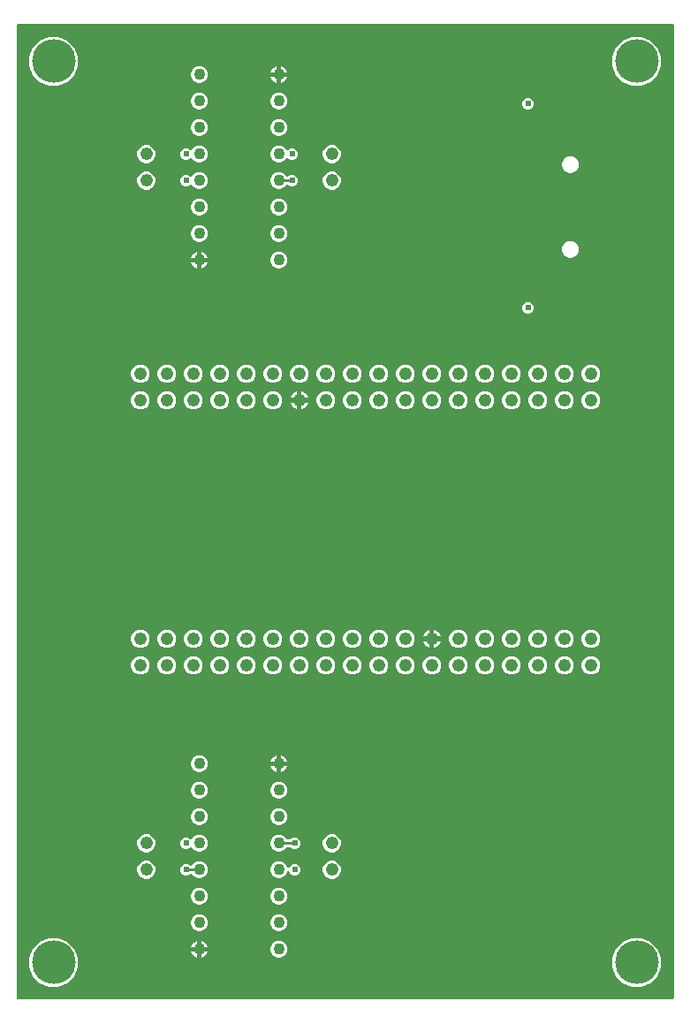
<source format=gbr>
G04 EAGLE Gerber RS-274X export*
G75*
%MOMM*%
%FSLAX34Y34*%
%LPD*%
%INCopper Layer 15*%
%IPPOS*%
%AMOC8*
5,1,8,0,0,1.08239X$1,22.5*%
G01*
%ADD10C,1.244600*%
%ADD11C,1.102363*%
%ADD12C,4.191000*%
%ADD13C,0.609600*%
%ADD14C,0.254000*%

G36*
X631308Y2556D02*
X631308Y2556D01*
X631427Y2563D01*
X631465Y2576D01*
X631506Y2581D01*
X631616Y2624D01*
X631729Y2661D01*
X631764Y2683D01*
X631801Y2698D01*
X631897Y2767D01*
X631998Y2831D01*
X632026Y2861D01*
X632059Y2884D01*
X632135Y2976D01*
X632216Y3063D01*
X632236Y3098D01*
X632261Y3129D01*
X632312Y3237D01*
X632370Y3341D01*
X632380Y3381D01*
X632397Y3417D01*
X632419Y3534D01*
X632449Y3649D01*
X632453Y3709D01*
X632457Y3729D01*
X632455Y3750D01*
X632459Y3810D01*
X632459Y935990D01*
X632444Y936108D01*
X632437Y936227D01*
X632424Y936265D01*
X632419Y936306D01*
X632376Y936416D01*
X632339Y936529D01*
X632317Y936564D01*
X632302Y936601D01*
X632233Y936697D01*
X632169Y936798D01*
X632139Y936826D01*
X632116Y936859D01*
X632024Y936935D01*
X631937Y937016D01*
X631902Y937036D01*
X631871Y937061D01*
X631763Y937112D01*
X631659Y937170D01*
X631619Y937180D01*
X631583Y937197D01*
X631466Y937219D01*
X631351Y937249D01*
X631291Y937253D01*
X631271Y937257D01*
X631250Y937255D01*
X631190Y937259D01*
X3810Y937259D01*
X3692Y937244D01*
X3573Y937237D01*
X3535Y937224D01*
X3494Y937219D01*
X3384Y937176D01*
X3271Y937139D01*
X3236Y937117D01*
X3199Y937102D01*
X3103Y937033D01*
X3002Y936969D01*
X2974Y936939D01*
X2941Y936916D01*
X2865Y936824D01*
X2784Y936737D01*
X2764Y936702D01*
X2739Y936671D01*
X2688Y936563D01*
X2630Y936459D01*
X2620Y936419D01*
X2603Y936383D01*
X2581Y936266D01*
X2551Y936151D01*
X2547Y936091D01*
X2543Y936071D01*
X2545Y936050D01*
X2541Y935990D01*
X2541Y3810D01*
X2556Y3692D01*
X2563Y3573D01*
X2576Y3535D01*
X2581Y3494D01*
X2624Y3384D01*
X2661Y3271D01*
X2683Y3236D01*
X2698Y3199D01*
X2767Y3103D01*
X2831Y3002D01*
X2861Y2974D01*
X2884Y2941D01*
X2976Y2865D01*
X3063Y2784D01*
X3098Y2764D01*
X3129Y2739D01*
X3237Y2688D01*
X3341Y2630D01*
X3381Y2620D01*
X3417Y2603D01*
X3534Y2581D01*
X3649Y2551D01*
X3709Y2547D01*
X3729Y2543D01*
X3750Y2545D01*
X3810Y2541D01*
X631190Y2541D01*
X631308Y2556D01*
G37*
%LPC*%
G36*
X592226Y878204D02*
X592226Y878204D01*
X583591Y881781D01*
X576981Y888391D01*
X573404Y897026D01*
X573404Y906374D01*
X576981Y915009D01*
X583591Y921619D01*
X592226Y925196D01*
X601574Y925196D01*
X610209Y921619D01*
X616819Y915009D01*
X620396Y906374D01*
X620396Y897026D01*
X616819Y888391D01*
X610209Y881781D01*
X601574Y878204D01*
X592226Y878204D01*
G37*
%LPD*%
%LPC*%
G36*
X33426Y878204D02*
X33426Y878204D01*
X24791Y881781D01*
X18181Y888391D01*
X14604Y897026D01*
X14604Y906374D01*
X18181Y915009D01*
X24791Y921619D01*
X33426Y925196D01*
X42774Y925196D01*
X51409Y921619D01*
X58019Y915009D01*
X61596Y906374D01*
X61596Y897026D01*
X58019Y888391D01*
X51409Y881781D01*
X42774Y878204D01*
X33426Y878204D01*
G37*
%LPD*%
%LPC*%
G36*
X33426Y14604D02*
X33426Y14604D01*
X24791Y18181D01*
X18181Y24791D01*
X14604Y33426D01*
X14604Y42774D01*
X18181Y51409D01*
X24791Y58019D01*
X33426Y61596D01*
X42774Y61596D01*
X51409Y58019D01*
X58019Y51409D01*
X61596Y42774D01*
X61596Y33426D01*
X58019Y24791D01*
X51409Y18181D01*
X42774Y14604D01*
X33426Y14604D01*
G37*
%LPD*%
%LPC*%
G36*
X592226Y14604D02*
X592226Y14604D01*
X583591Y18181D01*
X576981Y24791D01*
X573404Y33426D01*
X573404Y42774D01*
X576981Y51409D01*
X583591Y58019D01*
X592226Y61596D01*
X601574Y61596D01*
X610209Y58019D01*
X616819Y51409D01*
X620396Y42774D01*
X620396Y33426D01*
X616819Y24791D01*
X610209Y18181D01*
X601574Y14604D01*
X592226Y14604D01*
G37*
%LPD*%
%LPC*%
G36*
X252398Y144347D02*
X252398Y144347D01*
X249439Y145573D01*
X247173Y147839D01*
X245947Y150798D01*
X245947Y154002D01*
X247173Y156961D01*
X249439Y159227D01*
X252398Y160453D01*
X255602Y160453D01*
X258561Y159227D01*
X260832Y156956D01*
X260837Y156941D01*
X260906Y156831D01*
X260971Y156718D01*
X260991Y156697D01*
X261007Y156672D01*
X261102Y156583D01*
X261192Y156490D01*
X261217Y156474D01*
X261239Y156454D01*
X261352Y156391D01*
X261463Y156323D01*
X261491Y156315D01*
X261517Y156300D01*
X261643Y156268D01*
X261767Y156230D01*
X261796Y156228D01*
X261825Y156221D01*
X261986Y156211D01*
X264621Y156211D01*
X264720Y156223D01*
X264819Y156226D01*
X264877Y156243D01*
X264937Y156251D01*
X265029Y156287D01*
X265124Y156315D01*
X265176Y156345D01*
X265233Y156368D01*
X265313Y156426D01*
X265398Y156476D01*
X265473Y156542D01*
X265490Y156554D01*
X265498Y156564D01*
X265519Y156582D01*
X266074Y157138D01*
X268128Y157989D01*
X270352Y157989D01*
X272406Y157138D01*
X273978Y155566D01*
X274829Y153512D01*
X274829Y151288D01*
X273978Y149234D01*
X272406Y147662D01*
X270352Y146811D01*
X268128Y146811D01*
X266074Y147662D01*
X265519Y148218D01*
X265441Y148278D01*
X265368Y148346D01*
X265315Y148375D01*
X265268Y148412D01*
X265177Y148452D01*
X265090Y148500D01*
X265031Y148515D01*
X264976Y148539D01*
X264878Y148554D01*
X264782Y148579D01*
X264682Y148585D01*
X264662Y148589D01*
X264649Y148587D01*
X264621Y148589D01*
X261986Y148589D01*
X261956Y148586D01*
X261927Y148588D01*
X261799Y148566D01*
X261670Y148549D01*
X261643Y148539D01*
X261614Y148533D01*
X261495Y148480D01*
X261374Y148432D01*
X261351Y148415D01*
X261324Y148403D01*
X261222Y148322D01*
X261117Y148246D01*
X261098Y148223D01*
X261075Y148204D01*
X260997Y148100D01*
X260914Y148001D01*
X260902Y147974D01*
X260884Y147950D01*
X260832Y147844D01*
X258561Y145573D01*
X255602Y144347D01*
X252398Y144347D01*
G37*
%LPD*%
%LPC*%
G36*
X252398Y118947D02*
X252398Y118947D01*
X249439Y120173D01*
X247173Y122439D01*
X245947Y125398D01*
X245947Y128602D01*
X247173Y131561D01*
X249439Y133827D01*
X252398Y135053D01*
X255602Y135053D01*
X258561Y133827D01*
X260827Y131561D01*
X261781Y129258D01*
X261850Y129137D01*
X261915Y129014D01*
X261928Y128999D01*
X261938Y128982D01*
X262035Y128881D01*
X262129Y128779D01*
X262145Y128768D01*
X262160Y128753D01*
X262279Y128680D01*
X262394Y128604D01*
X262413Y128598D01*
X262431Y128587D01*
X262564Y128546D01*
X262695Y128501D01*
X262715Y128499D01*
X262735Y128493D01*
X262874Y128487D01*
X263012Y128476D01*
X263032Y128479D01*
X263052Y128478D01*
X263188Y128506D01*
X263326Y128530D01*
X263344Y128538D01*
X263364Y128542D01*
X263489Y128604D01*
X263615Y128661D01*
X263631Y128673D01*
X263649Y128682D01*
X263755Y128773D01*
X263864Y128859D01*
X263876Y128875D01*
X263891Y128889D01*
X263972Y129002D01*
X264055Y129113D01*
X264068Y129139D01*
X264075Y129149D01*
X264082Y129168D01*
X264126Y129258D01*
X264502Y130166D01*
X266074Y131738D01*
X268128Y132589D01*
X270352Y132589D01*
X272406Y131738D01*
X273978Y130166D01*
X274829Y128112D01*
X274829Y125888D01*
X273978Y123834D01*
X272406Y122262D01*
X270352Y121411D01*
X268128Y121411D01*
X266074Y122262D01*
X264502Y123834D01*
X264126Y124742D01*
X264057Y124863D01*
X263992Y124986D01*
X263979Y125001D01*
X263969Y125018D01*
X263872Y125118D01*
X263778Y125221D01*
X263761Y125232D01*
X263747Y125247D01*
X263629Y125319D01*
X263513Y125396D01*
X263493Y125402D01*
X263476Y125413D01*
X263343Y125454D01*
X263212Y125499D01*
X263192Y125501D01*
X263172Y125507D01*
X263033Y125513D01*
X262895Y125524D01*
X262875Y125521D01*
X262855Y125522D01*
X262718Y125494D01*
X262581Y125470D01*
X262563Y125462D01*
X262543Y125458D01*
X262418Y125396D01*
X262291Y125339D01*
X262276Y125327D01*
X262257Y125318D01*
X262152Y125228D01*
X262043Y125141D01*
X262031Y125125D01*
X262015Y125111D01*
X261935Y124998D01*
X261852Y124887D01*
X261839Y124861D01*
X261832Y124851D01*
X261825Y124832D01*
X261781Y124742D01*
X260827Y122439D01*
X258561Y120173D01*
X255602Y118947D01*
X252398Y118947D01*
G37*
%LPD*%
%LPC*%
G36*
X176198Y118947D02*
X176198Y118947D01*
X173239Y120173D01*
X170968Y122444D01*
X170963Y122459D01*
X170894Y122569D01*
X170829Y122682D01*
X170809Y122703D01*
X170793Y122728D01*
X170698Y122817D01*
X170608Y122910D01*
X170583Y122926D01*
X170561Y122946D01*
X170448Y123009D01*
X170337Y123077D01*
X170309Y123085D01*
X170283Y123100D01*
X170157Y123132D01*
X170033Y123170D01*
X170004Y123172D01*
X169975Y123179D01*
X169814Y123189D01*
X169719Y123189D01*
X169620Y123177D01*
X169521Y123174D01*
X169463Y123157D01*
X169403Y123149D01*
X169311Y123113D01*
X169216Y123085D01*
X169164Y123055D01*
X169107Y123032D01*
X169027Y122974D01*
X168942Y122924D01*
X168867Y122858D01*
X168850Y122846D01*
X168842Y122836D01*
X168821Y122818D01*
X168266Y122262D01*
X166212Y121411D01*
X163988Y121411D01*
X161934Y122262D01*
X160362Y123834D01*
X159511Y125888D01*
X159511Y128112D01*
X160362Y130166D01*
X161934Y131738D01*
X163988Y132589D01*
X166212Y132589D01*
X168266Y131738D01*
X168821Y131182D01*
X168899Y131122D01*
X168972Y131054D01*
X169025Y131025D01*
X169072Y130988D01*
X169163Y130948D01*
X169250Y130900D01*
X169309Y130885D01*
X169364Y130861D01*
X169462Y130846D01*
X169558Y130821D01*
X169658Y130815D01*
X169678Y130811D01*
X169691Y130813D01*
X169719Y130811D01*
X169814Y130811D01*
X169844Y130814D01*
X169873Y130812D01*
X170001Y130834D01*
X170130Y130851D01*
X170157Y130861D01*
X170186Y130867D01*
X170305Y130920D01*
X170426Y130968D01*
X170449Y130985D01*
X170476Y130997D01*
X170578Y131078D01*
X170683Y131154D01*
X170702Y131177D01*
X170725Y131196D01*
X170803Y131300D01*
X170886Y131399D01*
X170898Y131426D01*
X170916Y131450D01*
X170968Y131556D01*
X173239Y133827D01*
X176198Y135053D01*
X179402Y135053D01*
X182361Y133827D01*
X184627Y131561D01*
X185853Y128602D01*
X185853Y125398D01*
X184627Y122439D01*
X182361Y120173D01*
X179402Y118947D01*
X176198Y118947D01*
G37*
%LPD*%
%LPC*%
G36*
X252398Y779347D02*
X252398Y779347D01*
X249439Y780573D01*
X247173Y782839D01*
X245947Y785798D01*
X245947Y789002D01*
X247173Y791961D01*
X249439Y794227D01*
X252398Y795453D01*
X255602Y795453D01*
X258561Y794227D01*
X260832Y791956D01*
X260837Y791941D01*
X260906Y791831D01*
X260971Y791718D01*
X260991Y791697D01*
X261007Y791672D01*
X261102Y791583D01*
X261192Y791490D01*
X261217Y791474D01*
X261239Y791454D01*
X261352Y791391D01*
X261463Y791323D01*
X261491Y791315D01*
X261517Y791300D01*
X261643Y791268D01*
X261767Y791230D01*
X261796Y791228D01*
X261825Y791221D01*
X261986Y791211D01*
X262081Y791211D01*
X262180Y791223D01*
X262279Y791226D01*
X262337Y791243D01*
X262397Y791251D01*
X262489Y791287D01*
X262584Y791315D01*
X262636Y791345D01*
X262693Y791368D01*
X262773Y791426D01*
X262858Y791476D01*
X262933Y791542D01*
X262950Y791554D01*
X262958Y791564D01*
X262979Y791582D01*
X263534Y792138D01*
X265588Y792989D01*
X267812Y792989D01*
X269866Y792138D01*
X271438Y790566D01*
X272289Y788512D01*
X272289Y786288D01*
X271438Y784234D01*
X269866Y782662D01*
X267812Y781811D01*
X265588Y781811D01*
X263534Y782662D01*
X262979Y783218D01*
X262901Y783278D01*
X262828Y783346D01*
X262775Y783375D01*
X262728Y783412D01*
X262637Y783452D01*
X262550Y783500D01*
X262491Y783515D01*
X262436Y783539D01*
X262338Y783554D01*
X262242Y783579D01*
X262142Y783585D01*
X262122Y783589D01*
X262109Y783587D01*
X262081Y783589D01*
X261986Y783589D01*
X261956Y783586D01*
X261927Y783588D01*
X261799Y783566D01*
X261670Y783549D01*
X261643Y783539D01*
X261614Y783533D01*
X261495Y783480D01*
X261374Y783432D01*
X261351Y783415D01*
X261324Y783403D01*
X261222Y783322D01*
X261117Y783246D01*
X261098Y783223D01*
X261075Y783204D01*
X260997Y783100D01*
X260914Y783001D01*
X260902Y782974D01*
X260884Y782950D01*
X260832Y782844D01*
X258561Y780573D01*
X255602Y779347D01*
X252398Y779347D01*
G37*
%LPD*%
%LPC*%
G36*
X252398Y804747D02*
X252398Y804747D01*
X249439Y805973D01*
X247173Y808239D01*
X245947Y811198D01*
X245947Y814402D01*
X247173Y817361D01*
X249439Y819627D01*
X252398Y820853D01*
X255602Y820853D01*
X258561Y819627D01*
X260827Y817361D01*
X260841Y817327D01*
X260866Y817284D01*
X260882Y817237D01*
X260944Y817146D01*
X260999Y817050D01*
X261033Y817015D01*
X261061Y816974D01*
X261143Y816901D01*
X261220Y816822D01*
X261262Y816796D01*
X261299Y816763D01*
X261397Y816713D01*
X261491Y816656D01*
X261538Y816641D01*
X261583Y816618D01*
X261690Y816594D01*
X261795Y816562D01*
X261845Y816560D01*
X261893Y816549D01*
X262003Y816552D01*
X262113Y816547D01*
X262161Y816557D01*
X262211Y816558D01*
X262317Y816589D01*
X262424Y816611D01*
X262469Y816633D01*
X262516Y816647D01*
X262611Y816703D01*
X262710Y816751D01*
X262747Y816783D01*
X262790Y816808D01*
X262911Y816915D01*
X263534Y817538D01*
X265588Y818389D01*
X267812Y818389D01*
X269866Y817538D01*
X271438Y815966D01*
X272289Y813912D01*
X272289Y811688D01*
X271438Y809634D01*
X269866Y808062D01*
X267812Y807211D01*
X265588Y807211D01*
X263534Y808062D01*
X262911Y808685D01*
X262872Y808716D01*
X262838Y808752D01*
X262747Y808813D01*
X262660Y808880D01*
X262614Y808900D01*
X262573Y808927D01*
X262469Y808963D01*
X262368Y809006D01*
X262319Y809014D01*
X262272Y809030D01*
X262163Y809039D01*
X262054Y809056D01*
X262004Y809052D01*
X261955Y809056D01*
X261847Y809037D01*
X261737Y809027D01*
X261690Y809010D01*
X261642Y809001D01*
X261541Y808956D01*
X261438Y808919D01*
X261397Y808891D01*
X261352Y808871D01*
X261266Y808802D01*
X261175Y808740D01*
X261142Y808703D01*
X261103Y808672D01*
X261037Y808584D01*
X260964Y808502D01*
X260942Y808458D01*
X260912Y808418D01*
X260841Y808273D01*
X260827Y808239D01*
X258561Y805973D01*
X255602Y804747D01*
X252398Y804747D01*
G37*
%LPD*%
%LPC*%
G36*
X176198Y804747D02*
X176198Y804747D01*
X173239Y805973D01*
X170973Y808239D01*
X170959Y808273D01*
X170934Y808316D01*
X170918Y808363D01*
X170856Y808454D01*
X170801Y808550D01*
X170767Y808585D01*
X170739Y808626D01*
X170657Y808699D01*
X170580Y808778D01*
X170538Y808804D01*
X170501Y808837D01*
X170403Y808887D01*
X170309Y808944D01*
X170262Y808959D01*
X170217Y808982D01*
X170110Y809006D01*
X170005Y809038D01*
X169955Y809040D01*
X169907Y809051D01*
X169797Y809048D01*
X169687Y809053D01*
X169639Y809043D01*
X169589Y809042D01*
X169483Y809011D01*
X169376Y808989D01*
X169331Y808967D01*
X169284Y808953D01*
X169189Y808897D01*
X169090Y808849D01*
X169053Y808817D01*
X169010Y808792D01*
X168889Y808685D01*
X168266Y808062D01*
X166212Y807211D01*
X163988Y807211D01*
X161934Y808062D01*
X160362Y809634D01*
X159511Y811688D01*
X159511Y813912D01*
X160362Y815966D01*
X161934Y817538D01*
X163988Y818389D01*
X166212Y818389D01*
X168266Y817538D01*
X168889Y816915D01*
X168928Y816884D01*
X168962Y816848D01*
X169053Y816787D01*
X169140Y816720D01*
X169186Y816700D01*
X169227Y816673D01*
X169331Y816637D01*
X169432Y816594D01*
X169481Y816586D01*
X169528Y816570D01*
X169637Y816561D01*
X169746Y816544D01*
X169796Y816548D01*
X169845Y816544D01*
X169953Y816563D01*
X170063Y816573D01*
X170110Y816590D01*
X170158Y816599D01*
X170259Y816644D01*
X170362Y816681D01*
X170403Y816709D01*
X170448Y816729D01*
X170534Y816798D01*
X170625Y816860D01*
X170658Y816897D01*
X170697Y816928D01*
X170763Y817016D01*
X170836Y817098D01*
X170858Y817142D01*
X170888Y817182D01*
X170959Y817327D01*
X170973Y817361D01*
X173239Y819627D01*
X176198Y820853D01*
X179402Y820853D01*
X182361Y819627D01*
X184627Y817361D01*
X185853Y814402D01*
X185853Y811198D01*
X184627Y808239D01*
X182361Y805973D01*
X179402Y804747D01*
X176198Y804747D01*
G37*
%LPD*%
%LPC*%
G36*
X176198Y779347D02*
X176198Y779347D01*
X173239Y780573D01*
X170973Y782839D01*
X170959Y782873D01*
X170934Y782916D01*
X170918Y782963D01*
X170856Y783054D01*
X170801Y783150D01*
X170767Y783185D01*
X170739Y783226D01*
X170657Y783299D01*
X170580Y783378D01*
X170538Y783404D01*
X170501Y783437D01*
X170403Y783487D01*
X170309Y783544D01*
X170262Y783559D01*
X170217Y783582D01*
X170110Y783606D01*
X170005Y783638D01*
X169955Y783640D01*
X169907Y783651D01*
X169797Y783648D01*
X169687Y783653D01*
X169639Y783643D01*
X169589Y783642D01*
X169483Y783611D01*
X169376Y783589D01*
X169331Y783567D01*
X169284Y783553D01*
X169189Y783497D01*
X169090Y783449D01*
X169053Y783417D01*
X169010Y783392D01*
X168889Y783285D01*
X168266Y782662D01*
X166212Y781811D01*
X163988Y781811D01*
X161934Y782662D01*
X160362Y784234D01*
X159511Y786288D01*
X159511Y788512D01*
X160362Y790566D01*
X161934Y792138D01*
X163988Y792989D01*
X166212Y792989D01*
X168266Y792138D01*
X168889Y791515D01*
X168928Y791484D01*
X168962Y791448D01*
X169053Y791387D01*
X169140Y791320D01*
X169186Y791300D01*
X169227Y791273D01*
X169331Y791237D01*
X169432Y791194D01*
X169481Y791186D01*
X169528Y791170D01*
X169637Y791161D01*
X169746Y791144D01*
X169796Y791148D01*
X169845Y791144D01*
X169953Y791163D01*
X170063Y791173D01*
X170110Y791190D01*
X170158Y791199D01*
X170259Y791244D01*
X170362Y791281D01*
X170403Y791309D01*
X170448Y791329D01*
X170534Y791398D01*
X170625Y791460D01*
X170658Y791497D01*
X170697Y791528D01*
X170763Y791616D01*
X170836Y791698D01*
X170858Y791742D01*
X170888Y791782D01*
X170959Y791927D01*
X170973Y791961D01*
X173239Y794227D01*
X176198Y795453D01*
X179402Y795453D01*
X182361Y794227D01*
X184627Y791961D01*
X185853Y789002D01*
X185853Y785798D01*
X184627Y782839D01*
X182361Y780573D01*
X179402Y779347D01*
X176198Y779347D01*
G37*
%LPD*%
%LPC*%
G36*
X176198Y144347D02*
X176198Y144347D01*
X173239Y145573D01*
X170973Y147839D01*
X170959Y147873D01*
X170934Y147916D01*
X170918Y147963D01*
X170856Y148054D01*
X170801Y148150D01*
X170767Y148185D01*
X170739Y148226D01*
X170657Y148299D01*
X170580Y148378D01*
X170538Y148404D01*
X170501Y148437D01*
X170403Y148487D01*
X170309Y148544D01*
X170262Y148559D01*
X170217Y148582D01*
X170110Y148606D01*
X170005Y148638D01*
X169955Y148640D01*
X169907Y148651D01*
X169797Y148648D01*
X169687Y148653D01*
X169639Y148643D01*
X169589Y148642D01*
X169483Y148611D01*
X169376Y148589D01*
X169331Y148567D01*
X169284Y148553D01*
X169189Y148497D01*
X169090Y148449D01*
X169053Y148417D01*
X169010Y148392D01*
X168889Y148285D01*
X168266Y147662D01*
X166212Y146811D01*
X163988Y146811D01*
X161934Y147662D01*
X160362Y149234D01*
X159511Y151288D01*
X159511Y153512D01*
X160362Y155566D01*
X161934Y157138D01*
X163988Y157989D01*
X166212Y157989D01*
X168266Y157138D01*
X168889Y156515D01*
X168928Y156484D01*
X168962Y156448D01*
X169053Y156387D01*
X169140Y156320D01*
X169186Y156300D01*
X169227Y156273D01*
X169331Y156237D01*
X169432Y156194D01*
X169481Y156186D01*
X169528Y156170D01*
X169637Y156161D01*
X169746Y156144D01*
X169796Y156148D01*
X169845Y156144D01*
X169953Y156163D01*
X170063Y156173D01*
X170110Y156190D01*
X170158Y156199D01*
X170259Y156244D01*
X170362Y156281D01*
X170403Y156309D01*
X170448Y156329D01*
X170534Y156398D01*
X170625Y156460D01*
X170658Y156497D01*
X170697Y156528D01*
X170763Y156616D01*
X170836Y156698D01*
X170858Y156742D01*
X170888Y156782D01*
X170959Y156927D01*
X170973Y156961D01*
X173239Y159227D01*
X176198Y160453D01*
X179402Y160453D01*
X182361Y159227D01*
X184627Y156961D01*
X185853Y154002D01*
X185853Y150798D01*
X184627Y147839D01*
X182361Y145573D01*
X179402Y144347D01*
X176198Y144347D01*
G37*
%LPD*%
%LPC*%
G36*
X424297Y314076D02*
X424297Y314076D01*
X421076Y315410D01*
X418610Y317876D01*
X417276Y321097D01*
X417276Y324583D01*
X418610Y327804D01*
X421076Y330270D01*
X424297Y331604D01*
X427783Y331604D01*
X431004Y330270D01*
X433470Y327804D01*
X434804Y324583D01*
X434804Y321097D01*
X433470Y317876D01*
X431004Y315410D01*
X427783Y314076D01*
X424297Y314076D01*
G37*
%LPD*%
%LPC*%
G36*
X398897Y314076D02*
X398897Y314076D01*
X395676Y315410D01*
X393210Y317876D01*
X391876Y321097D01*
X391876Y324583D01*
X393210Y327804D01*
X395676Y330270D01*
X398897Y331604D01*
X402383Y331604D01*
X405604Y330270D01*
X408070Y327804D01*
X409404Y324583D01*
X409404Y321097D01*
X408070Y317876D01*
X405604Y315410D01*
X402383Y314076D01*
X398897Y314076D01*
G37*
%LPD*%
%LPC*%
G36*
X373497Y314076D02*
X373497Y314076D01*
X370276Y315410D01*
X367810Y317876D01*
X366476Y321097D01*
X366476Y324583D01*
X367810Y327804D01*
X370276Y330270D01*
X373497Y331604D01*
X376983Y331604D01*
X380204Y330270D01*
X382670Y327804D01*
X384004Y324583D01*
X384004Y321097D01*
X382670Y317876D01*
X380204Y315410D01*
X376983Y314076D01*
X373497Y314076D01*
G37*
%LPD*%
%LPC*%
G36*
X348097Y314076D02*
X348097Y314076D01*
X344876Y315410D01*
X342410Y317876D01*
X341076Y321097D01*
X341076Y324583D01*
X342410Y327804D01*
X344876Y330270D01*
X348097Y331604D01*
X351583Y331604D01*
X354804Y330270D01*
X357270Y327804D01*
X358604Y324583D01*
X358604Y321097D01*
X357270Y317876D01*
X354804Y315410D01*
X351583Y314076D01*
X348097Y314076D01*
G37*
%LPD*%
%LPC*%
G36*
X322697Y314076D02*
X322697Y314076D01*
X319476Y315410D01*
X317010Y317876D01*
X315676Y321097D01*
X315676Y324583D01*
X317010Y327804D01*
X319476Y330270D01*
X322697Y331604D01*
X326183Y331604D01*
X329404Y330270D01*
X331870Y327804D01*
X333204Y324583D01*
X333204Y321097D01*
X331870Y317876D01*
X329404Y315410D01*
X326183Y314076D01*
X322697Y314076D01*
G37*
%LPD*%
%LPC*%
G36*
X297297Y314076D02*
X297297Y314076D01*
X294076Y315410D01*
X291610Y317876D01*
X290276Y321097D01*
X290276Y324583D01*
X291610Y327804D01*
X294076Y330270D01*
X297297Y331604D01*
X300783Y331604D01*
X304004Y330270D01*
X306470Y327804D01*
X307804Y324583D01*
X307804Y321097D01*
X306470Y317876D01*
X304004Y315410D01*
X300783Y314076D01*
X297297Y314076D01*
G37*
%LPD*%
%LPC*%
G36*
X271897Y314076D02*
X271897Y314076D01*
X268676Y315410D01*
X266210Y317876D01*
X264876Y321097D01*
X264876Y324583D01*
X266210Y327804D01*
X268676Y330270D01*
X271897Y331604D01*
X275383Y331604D01*
X278604Y330270D01*
X281070Y327804D01*
X282404Y324583D01*
X282404Y321097D01*
X281070Y317876D01*
X278604Y315410D01*
X275383Y314076D01*
X271897Y314076D01*
G37*
%LPD*%
%LPC*%
G36*
X246497Y314076D02*
X246497Y314076D01*
X243276Y315410D01*
X240810Y317876D01*
X239476Y321097D01*
X239476Y324583D01*
X240810Y327804D01*
X243276Y330270D01*
X246497Y331604D01*
X249983Y331604D01*
X253204Y330270D01*
X255670Y327804D01*
X257004Y324583D01*
X257004Y321097D01*
X255670Y317876D01*
X253204Y315410D01*
X249983Y314076D01*
X246497Y314076D01*
G37*
%LPD*%
%LPC*%
G36*
X221097Y314076D02*
X221097Y314076D01*
X217876Y315410D01*
X215410Y317876D01*
X214076Y321097D01*
X214076Y324583D01*
X215410Y327804D01*
X217876Y330270D01*
X221097Y331604D01*
X224583Y331604D01*
X227804Y330270D01*
X230270Y327804D01*
X231604Y324583D01*
X231604Y321097D01*
X230270Y317876D01*
X227804Y315410D01*
X224583Y314076D01*
X221097Y314076D01*
G37*
%LPD*%
%LPC*%
G36*
X195697Y314076D02*
X195697Y314076D01*
X192476Y315410D01*
X190010Y317876D01*
X188676Y321097D01*
X188676Y324583D01*
X190010Y327804D01*
X192476Y330270D01*
X195697Y331604D01*
X199183Y331604D01*
X202404Y330270D01*
X204870Y327804D01*
X206204Y324583D01*
X206204Y321097D01*
X204870Y317876D01*
X202404Y315410D01*
X199183Y314076D01*
X195697Y314076D01*
G37*
%LPD*%
%LPC*%
G36*
X303057Y804036D02*
X303057Y804036D01*
X299836Y805370D01*
X297370Y807836D01*
X296036Y811057D01*
X296036Y814543D01*
X297370Y817764D01*
X299836Y820230D01*
X303057Y821564D01*
X306543Y821564D01*
X309764Y820230D01*
X312230Y817764D01*
X313564Y814543D01*
X313564Y811057D01*
X312230Y807836D01*
X309764Y805370D01*
X306543Y804036D01*
X303057Y804036D01*
G37*
%LPD*%
%LPC*%
G36*
X125257Y804036D02*
X125257Y804036D01*
X122036Y805370D01*
X119570Y807836D01*
X118236Y811057D01*
X118236Y814543D01*
X119570Y817764D01*
X122036Y820230D01*
X125257Y821564D01*
X128743Y821564D01*
X131964Y820230D01*
X134430Y817764D01*
X135764Y814543D01*
X135764Y811057D01*
X134430Y807836D01*
X131964Y805370D01*
X128743Y804036D01*
X125257Y804036D01*
G37*
%LPD*%
%LPC*%
G36*
X500497Y593476D02*
X500497Y593476D01*
X497276Y594810D01*
X494810Y597276D01*
X493476Y600497D01*
X493476Y603983D01*
X494810Y607204D01*
X497276Y609670D01*
X500497Y611004D01*
X503983Y611004D01*
X507204Y609670D01*
X509670Y607204D01*
X511004Y603983D01*
X511004Y600497D01*
X509670Y597276D01*
X507204Y594810D01*
X503983Y593476D01*
X500497Y593476D01*
G37*
%LPD*%
%LPC*%
G36*
X303057Y778636D02*
X303057Y778636D01*
X299836Y779970D01*
X297370Y782436D01*
X296036Y785657D01*
X296036Y789143D01*
X297370Y792364D01*
X299836Y794830D01*
X303057Y796164D01*
X306543Y796164D01*
X309764Y794830D01*
X312230Y792364D01*
X313564Y789143D01*
X313564Y785657D01*
X312230Y782436D01*
X309764Y779970D01*
X306543Y778636D01*
X303057Y778636D01*
G37*
%LPD*%
%LPC*%
G36*
X125257Y778636D02*
X125257Y778636D01*
X122036Y779970D01*
X119570Y782436D01*
X118236Y785657D01*
X118236Y789143D01*
X119570Y792364D01*
X122036Y794830D01*
X125257Y796164D01*
X128743Y796164D01*
X131964Y794830D01*
X134430Y792364D01*
X135764Y789143D01*
X135764Y785657D01*
X134430Y782436D01*
X131964Y779970D01*
X128743Y778636D01*
X125257Y778636D01*
G37*
%LPD*%
%LPC*%
G36*
X170297Y314076D02*
X170297Y314076D01*
X167076Y315410D01*
X164610Y317876D01*
X163276Y321097D01*
X163276Y324583D01*
X164610Y327804D01*
X167076Y330270D01*
X170297Y331604D01*
X173783Y331604D01*
X177004Y330270D01*
X179470Y327804D01*
X180804Y324583D01*
X180804Y321097D01*
X179470Y317876D01*
X177004Y315410D01*
X173783Y314076D01*
X170297Y314076D01*
G37*
%LPD*%
%LPC*%
G36*
X144897Y314076D02*
X144897Y314076D01*
X141676Y315410D01*
X139210Y317876D01*
X137876Y321097D01*
X137876Y324583D01*
X139210Y327804D01*
X141676Y330270D01*
X144897Y331604D01*
X148383Y331604D01*
X151604Y330270D01*
X154070Y327804D01*
X155404Y324583D01*
X155404Y321097D01*
X154070Y317876D01*
X151604Y315410D01*
X148383Y314076D01*
X144897Y314076D01*
G37*
%LPD*%
%LPC*%
G36*
X119497Y314076D02*
X119497Y314076D01*
X116276Y315410D01*
X113810Y317876D01*
X112476Y321097D01*
X112476Y324583D01*
X113810Y327804D01*
X116276Y330270D01*
X119497Y331604D01*
X122983Y331604D01*
X126204Y330270D01*
X128670Y327804D01*
X130004Y324583D01*
X130004Y321097D01*
X128670Y317876D01*
X126204Y315410D01*
X122983Y314076D01*
X119497Y314076D01*
G37*
%LPD*%
%LPC*%
G36*
X303057Y143636D02*
X303057Y143636D01*
X299836Y144970D01*
X297370Y147436D01*
X296036Y150657D01*
X296036Y154143D01*
X297370Y157364D01*
X299836Y159830D01*
X303057Y161164D01*
X306543Y161164D01*
X309764Y159830D01*
X312230Y157364D01*
X313564Y154143D01*
X313564Y150657D01*
X312230Y147436D01*
X309764Y144970D01*
X306543Y143636D01*
X303057Y143636D01*
G37*
%LPD*%
%LPC*%
G36*
X125257Y143636D02*
X125257Y143636D01*
X122036Y144970D01*
X119570Y147436D01*
X118236Y150657D01*
X118236Y154143D01*
X119570Y157364D01*
X122036Y159830D01*
X125257Y161164D01*
X128743Y161164D01*
X131964Y159830D01*
X134430Y157364D01*
X135764Y154143D01*
X135764Y150657D01*
X134430Y147436D01*
X131964Y144970D01*
X128743Y143636D01*
X125257Y143636D01*
G37*
%LPD*%
%LPC*%
G36*
X303057Y118236D02*
X303057Y118236D01*
X299836Y119570D01*
X297370Y122036D01*
X296036Y125257D01*
X296036Y128743D01*
X297370Y131964D01*
X299836Y134430D01*
X303057Y135764D01*
X306543Y135764D01*
X309764Y134430D01*
X312230Y131964D01*
X313564Y128743D01*
X313564Y125257D01*
X312230Y122036D01*
X309764Y119570D01*
X306543Y118236D01*
X303057Y118236D01*
G37*
%LPD*%
%LPC*%
G36*
X125257Y118236D02*
X125257Y118236D01*
X122036Y119570D01*
X119570Y122036D01*
X118236Y125257D01*
X118236Y128743D01*
X119570Y131964D01*
X122036Y134430D01*
X125257Y135764D01*
X128743Y135764D01*
X131964Y134430D01*
X134430Y131964D01*
X135764Y128743D01*
X135764Y125257D01*
X134430Y122036D01*
X131964Y119570D01*
X128743Y118236D01*
X125257Y118236D01*
G37*
%LPD*%
%LPC*%
G36*
X525897Y593476D02*
X525897Y593476D01*
X522676Y594810D01*
X520210Y597276D01*
X518876Y600497D01*
X518876Y603983D01*
X520210Y607204D01*
X522676Y609670D01*
X525897Y611004D01*
X529383Y611004D01*
X532604Y609670D01*
X535070Y607204D01*
X536404Y603983D01*
X536404Y600497D01*
X535070Y597276D01*
X532604Y594810D01*
X529383Y593476D01*
X525897Y593476D01*
G37*
%LPD*%
%LPC*%
G36*
X551297Y593476D02*
X551297Y593476D01*
X548076Y594810D01*
X545610Y597276D01*
X544276Y600497D01*
X544276Y603983D01*
X545610Y607204D01*
X548076Y609670D01*
X551297Y611004D01*
X554783Y611004D01*
X558004Y609670D01*
X560470Y607204D01*
X561804Y603983D01*
X561804Y600497D01*
X560470Y597276D01*
X558004Y594810D01*
X554783Y593476D01*
X551297Y593476D01*
G37*
%LPD*%
%LPC*%
G36*
X144897Y593476D02*
X144897Y593476D01*
X141676Y594810D01*
X139210Y597276D01*
X137876Y600497D01*
X137876Y603983D01*
X139210Y607204D01*
X141676Y609670D01*
X144897Y611004D01*
X148383Y611004D01*
X151604Y609670D01*
X154070Y607204D01*
X155404Y603983D01*
X155404Y600497D01*
X154070Y597276D01*
X151604Y594810D01*
X148383Y593476D01*
X144897Y593476D01*
G37*
%LPD*%
%LPC*%
G36*
X119497Y593476D02*
X119497Y593476D01*
X116276Y594810D01*
X113810Y597276D01*
X112476Y600497D01*
X112476Y603983D01*
X113810Y607204D01*
X116276Y609670D01*
X119497Y611004D01*
X122983Y611004D01*
X126204Y609670D01*
X128670Y607204D01*
X130004Y603983D01*
X130004Y600497D01*
X128670Y597276D01*
X126204Y594810D01*
X122983Y593476D01*
X119497Y593476D01*
G37*
%LPD*%
%LPC*%
G36*
X475097Y593476D02*
X475097Y593476D01*
X471876Y594810D01*
X469410Y597276D01*
X468076Y600497D01*
X468076Y603983D01*
X469410Y607204D01*
X471876Y609670D01*
X475097Y611004D01*
X478583Y611004D01*
X481804Y609670D01*
X484270Y607204D01*
X485604Y603983D01*
X485604Y600497D01*
X484270Y597276D01*
X481804Y594810D01*
X478583Y593476D01*
X475097Y593476D01*
G37*
%LPD*%
%LPC*%
G36*
X449697Y593476D02*
X449697Y593476D01*
X446476Y594810D01*
X444010Y597276D01*
X442676Y600497D01*
X442676Y603983D01*
X444010Y607204D01*
X446476Y609670D01*
X449697Y611004D01*
X453183Y611004D01*
X456404Y609670D01*
X458870Y607204D01*
X460204Y603983D01*
X460204Y600497D01*
X458870Y597276D01*
X456404Y594810D01*
X453183Y593476D01*
X449697Y593476D01*
G37*
%LPD*%
%LPC*%
G36*
X424297Y593476D02*
X424297Y593476D01*
X421076Y594810D01*
X418610Y597276D01*
X417276Y600497D01*
X417276Y603983D01*
X418610Y607204D01*
X421076Y609670D01*
X424297Y611004D01*
X427783Y611004D01*
X431004Y609670D01*
X433470Y607204D01*
X434804Y603983D01*
X434804Y600497D01*
X433470Y597276D01*
X431004Y594810D01*
X427783Y593476D01*
X424297Y593476D01*
G37*
%LPD*%
%LPC*%
G36*
X398897Y593476D02*
X398897Y593476D01*
X395676Y594810D01*
X393210Y597276D01*
X391876Y600497D01*
X391876Y603983D01*
X393210Y607204D01*
X395676Y609670D01*
X398897Y611004D01*
X402383Y611004D01*
X405604Y609670D01*
X408070Y607204D01*
X409404Y603983D01*
X409404Y600497D01*
X408070Y597276D01*
X405604Y594810D01*
X402383Y593476D01*
X398897Y593476D01*
G37*
%LPD*%
%LPC*%
G36*
X373497Y593476D02*
X373497Y593476D01*
X370276Y594810D01*
X367810Y597276D01*
X366476Y600497D01*
X366476Y603983D01*
X367810Y607204D01*
X370276Y609670D01*
X373497Y611004D01*
X376983Y611004D01*
X380204Y609670D01*
X382670Y607204D01*
X384004Y603983D01*
X384004Y600497D01*
X382670Y597276D01*
X380204Y594810D01*
X376983Y593476D01*
X373497Y593476D01*
G37*
%LPD*%
%LPC*%
G36*
X348097Y593476D02*
X348097Y593476D01*
X344876Y594810D01*
X342410Y597276D01*
X341076Y600497D01*
X341076Y603983D01*
X342410Y607204D01*
X344876Y609670D01*
X348097Y611004D01*
X351583Y611004D01*
X354804Y609670D01*
X357270Y607204D01*
X358604Y603983D01*
X358604Y600497D01*
X357270Y597276D01*
X354804Y594810D01*
X351583Y593476D01*
X348097Y593476D01*
G37*
%LPD*%
%LPC*%
G36*
X322697Y593476D02*
X322697Y593476D01*
X319476Y594810D01*
X317010Y597276D01*
X315676Y600497D01*
X315676Y603983D01*
X317010Y607204D01*
X319476Y609670D01*
X322697Y611004D01*
X326183Y611004D01*
X329404Y609670D01*
X331870Y607204D01*
X333204Y603983D01*
X333204Y600497D01*
X331870Y597276D01*
X329404Y594810D01*
X326183Y593476D01*
X322697Y593476D01*
G37*
%LPD*%
%LPC*%
G36*
X297297Y593476D02*
X297297Y593476D01*
X294076Y594810D01*
X291610Y597276D01*
X290276Y600497D01*
X290276Y603983D01*
X291610Y607204D01*
X294076Y609670D01*
X297297Y611004D01*
X300783Y611004D01*
X304004Y609670D01*
X306470Y607204D01*
X307804Y603983D01*
X307804Y600497D01*
X306470Y597276D01*
X304004Y594810D01*
X300783Y593476D01*
X297297Y593476D01*
G37*
%LPD*%
%LPC*%
G36*
X271897Y593476D02*
X271897Y593476D01*
X268676Y594810D01*
X266210Y597276D01*
X264876Y600497D01*
X264876Y603983D01*
X266210Y607204D01*
X268676Y609670D01*
X271897Y611004D01*
X275383Y611004D01*
X278604Y609670D01*
X281070Y607204D01*
X282404Y603983D01*
X282404Y600497D01*
X281070Y597276D01*
X278604Y594810D01*
X275383Y593476D01*
X271897Y593476D01*
G37*
%LPD*%
%LPC*%
G36*
X246497Y593476D02*
X246497Y593476D01*
X243276Y594810D01*
X240810Y597276D01*
X239476Y600497D01*
X239476Y603983D01*
X240810Y607204D01*
X243276Y609670D01*
X246497Y611004D01*
X249983Y611004D01*
X253204Y609670D01*
X255670Y607204D01*
X257004Y603983D01*
X257004Y600497D01*
X255670Y597276D01*
X253204Y594810D01*
X249983Y593476D01*
X246497Y593476D01*
G37*
%LPD*%
%LPC*%
G36*
X221097Y593476D02*
X221097Y593476D01*
X217876Y594810D01*
X215410Y597276D01*
X214076Y600497D01*
X214076Y603983D01*
X215410Y607204D01*
X217876Y609670D01*
X221097Y611004D01*
X224583Y611004D01*
X227804Y609670D01*
X230270Y607204D01*
X231604Y603983D01*
X231604Y600497D01*
X230270Y597276D01*
X227804Y594810D01*
X224583Y593476D01*
X221097Y593476D01*
G37*
%LPD*%
%LPC*%
G36*
X195697Y593476D02*
X195697Y593476D01*
X192476Y594810D01*
X190010Y597276D01*
X188676Y600497D01*
X188676Y603983D01*
X190010Y607204D01*
X192476Y609670D01*
X195697Y611004D01*
X199183Y611004D01*
X202404Y609670D01*
X204870Y607204D01*
X206204Y603983D01*
X206204Y600497D01*
X204870Y597276D01*
X202404Y594810D01*
X199183Y593476D01*
X195697Y593476D01*
G37*
%LPD*%
%LPC*%
G36*
X170297Y593476D02*
X170297Y593476D01*
X167076Y594810D01*
X164610Y597276D01*
X163276Y600497D01*
X163276Y603983D01*
X164610Y607204D01*
X167076Y609670D01*
X170297Y611004D01*
X173783Y611004D01*
X177004Y609670D01*
X179470Y607204D01*
X180804Y603983D01*
X180804Y600497D01*
X179470Y597276D01*
X177004Y594810D01*
X173783Y593476D01*
X170297Y593476D01*
G37*
%LPD*%
%LPC*%
G36*
X144897Y568076D02*
X144897Y568076D01*
X141676Y569410D01*
X139210Y571876D01*
X137876Y575097D01*
X137876Y578583D01*
X139210Y581804D01*
X141676Y584270D01*
X144897Y585604D01*
X148383Y585604D01*
X151604Y584270D01*
X154070Y581804D01*
X155404Y578583D01*
X155404Y575097D01*
X154070Y571876D01*
X151604Y569410D01*
X148383Y568076D01*
X144897Y568076D01*
G37*
%LPD*%
%LPC*%
G36*
X119497Y568076D02*
X119497Y568076D01*
X116276Y569410D01*
X113810Y571876D01*
X112476Y575097D01*
X112476Y578583D01*
X113810Y581804D01*
X116276Y584270D01*
X119497Y585604D01*
X122983Y585604D01*
X126204Y584270D01*
X128670Y581804D01*
X130004Y578583D01*
X130004Y575097D01*
X128670Y571876D01*
X126204Y569410D01*
X122983Y568076D01*
X119497Y568076D01*
G37*
%LPD*%
%LPC*%
G36*
X551297Y568076D02*
X551297Y568076D01*
X548076Y569410D01*
X545610Y571876D01*
X544276Y575097D01*
X544276Y578583D01*
X545610Y581804D01*
X548076Y584270D01*
X551297Y585604D01*
X554783Y585604D01*
X558004Y584270D01*
X560470Y581804D01*
X561804Y578583D01*
X561804Y575097D01*
X560470Y571876D01*
X558004Y569410D01*
X554783Y568076D01*
X551297Y568076D01*
G37*
%LPD*%
%LPC*%
G36*
X525897Y568076D02*
X525897Y568076D01*
X522676Y569410D01*
X520210Y571876D01*
X518876Y575097D01*
X518876Y578583D01*
X520210Y581804D01*
X522676Y584270D01*
X525897Y585604D01*
X529383Y585604D01*
X532604Y584270D01*
X535070Y581804D01*
X536404Y578583D01*
X536404Y575097D01*
X535070Y571876D01*
X532604Y569410D01*
X529383Y568076D01*
X525897Y568076D01*
G37*
%LPD*%
%LPC*%
G36*
X500497Y568076D02*
X500497Y568076D01*
X497276Y569410D01*
X494810Y571876D01*
X493476Y575097D01*
X493476Y578583D01*
X494810Y581804D01*
X497276Y584270D01*
X500497Y585604D01*
X503983Y585604D01*
X507204Y584270D01*
X509670Y581804D01*
X511004Y578583D01*
X511004Y575097D01*
X509670Y571876D01*
X507204Y569410D01*
X503983Y568076D01*
X500497Y568076D01*
G37*
%LPD*%
%LPC*%
G36*
X475097Y568076D02*
X475097Y568076D01*
X471876Y569410D01*
X469410Y571876D01*
X468076Y575097D01*
X468076Y578583D01*
X469410Y581804D01*
X471876Y584270D01*
X475097Y585604D01*
X478583Y585604D01*
X481804Y584270D01*
X484270Y581804D01*
X485604Y578583D01*
X485604Y575097D01*
X484270Y571876D01*
X481804Y569410D01*
X478583Y568076D01*
X475097Y568076D01*
G37*
%LPD*%
%LPC*%
G36*
X449697Y568076D02*
X449697Y568076D01*
X446476Y569410D01*
X444010Y571876D01*
X442676Y575097D01*
X442676Y578583D01*
X444010Y581804D01*
X446476Y584270D01*
X449697Y585604D01*
X453183Y585604D01*
X456404Y584270D01*
X458870Y581804D01*
X460204Y578583D01*
X460204Y575097D01*
X458870Y571876D01*
X456404Y569410D01*
X453183Y568076D01*
X449697Y568076D01*
G37*
%LPD*%
%LPC*%
G36*
X424297Y568076D02*
X424297Y568076D01*
X421076Y569410D01*
X418610Y571876D01*
X417276Y575097D01*
X417276Y578583D01*
X418610Y581804D01*
X421076Y584270D01*
X424297Y585604D01*
X427783Y585604D01*
X431004Y584270D01*
X433470Y581804D01*
X434804Y578583D01*
X434804Y575097D01*
X433470Y571876D01*
X431004Y569410D01*
X427783Y568076D01*
X424297Y568076D01*
G37*
%LPD*%
%LPC*%
G36*
X398897Y568076D02*
X398897Y568076D01*
X395676Y569410D01*
X393210Y571876D01*
X391876Y575097D01*
X391876Y578583D01*
X393210Y581804D01*
X395676Y584270D01*
X398897Y585604D01*
X402383Y585604D01*
X405604Y584270D01*
X408070Y581804D01*
X409404Y578583D01*
X409404Y575097D01*
X408070Y571876D01*
X405604Y569410D01*
X402383Y568076D01*
X398897Y568076D01*
G37*
%LPD*%
%LPC*%
G36*
X373497Y568076D02*
X373497Y568076D01*
X370276Y569410D01*
X367810Y571876D01*
X366476Y575097D01*
X366476Y578583D01*
X367810Y581804D01*
X370276Y584270D01*
X373497Y585604D01*
X376983Y585604D01*
X380204Y584270D01*
X382670Y581804D01*
X384004Y578583D01*
X384004Y575097D01*
X382670Y571876D01*
X380204Y569410D01*
X376983Y568076D01*
X373497Y568076D01*
G37*
%LPD*%
%LPC*%
G36*
X348097Y568076D02*
X348097Y568076D01*
X344876Y569410D01*
X342410Y571876D01*
X341076Y575097D01*
X341076Y578583D01*
X342410Y581804D01*
X344876Y584270D01*
X348097Y585604D01*
X351583Y585604D01*
X354804Y584270D01*
X357270Y581804D01*
X358604Y578583D01*
X358604Y575097D01*
X357270Y571876D01*
X354804Y569410D01*
X351583Y568076D01*
X348097Y568076D01*
G37*
%LPD*%
%LPC*%
G36*
X322697Y568076D02*
X322697Y568076D01*
X319476Y569410D01*
X317010Y571876D01*
X315676Y575097D01*
X315676Y578583D01*
X317010Y581804D01*
X319476Y584270D01*
X322697Y585604D01*
X326183Y585604D01*
X329404Y584270D01*
X331870Y581804D01*
X333204Y578583D01*
X333204Y575097D01*
X331870Y571876D01*
X329404Y569410D01*
X326183Y568076D01*
X322697Y568076D01*
G37*
%LPD*%
%LPC*%
G36*
X297297Y568076D02*
X297297Y568076D01*
X294076Y569410D01*
X291610Y571876D01*
X290276Y575097D01*
X290276Y578583D01*
X291610Y581804D01*
X294076Y584270D01*
X297297Y585604D01*
X300783Y585604D01*
X304004Y584270D01*
X306470Y581804D01*
X307804Y578583D01*
X307804Y575097D01*
X306470Y571876D01*
X304004Y569410D01*
X300783Y568076D01*
X297297Y568076D01*
G37*
%LPD*%
%LPC*%
G36*
X246497Y568076D02*
X246497Y568076D01*
X243276Y569410D01*
X240810Y571876D01*
X239476Y575097D01*
X239476Y578583D01*
X240810Y581804D01*
X243276Y584270D01*
X246497Y585604D01*
X249983Y585604D01*
X253204Y584270D01*
X255670Y581804D01*
X257004Y578583D01*
X257004Y575097D01*
X255670Y571876D01*
X253204Y569410D01*
X249983Y568076D01*
X246497Y568076D01*
G37*
%LPD*%
%LPC*%
G36*
X221097Y568076D02*
X221097Y568076D01*
X217876Y569410D01*
X215410Y571876D01*
X214076Y575097D01*
X214076Y578583D01*
X215410Y581804D01*
X217876Y584270D01*
X221097Y585604D01*
X224583Y585604D01*
X227804Y584270D01*
X230270Y581804D01*
X231604Y578583D01*
X231604Y575097D01*
X230270Y571876D01*
X227804Y569410D01*
X224583Y568076D01*
X221097Y568076D01*
G37*
%LPD*%
%LPC*%
G36*
X195697Y568076D02*
X195697Y568076D01*
X192476Y569410D01*
X190010Y571876D01*
X188676Y575097D01*
X188676Y578583D01*
X190010Y581804D01*
X192476Y584270D01*
X195697Y585604D01*
X199183Y585604D01*
X202404Y584270D01*
X204870Y581804D01*
X206204Y578583D01*
X206204Y575097D01*
X204870Y571876D01*
X202404Y569410D01*
X199183Y568076D01*
X195697Y568076D01*
G37*
%LPD*%
%LPC*%
G36*
X170297Y568076D02*
X170297Y568076D01*
X167076Y569410D01*
X164610Y571876D01*
X163276Y575097D01*
X163276Y578583D01*
X164610Y581804D01*
X167076Y584270D01*
X170297Y585604D01*
X173783Y585604D01*
X177004Y584270D01*
X179470Y581804D01*
X180804Y578583D01*
X180804Y575097D01*
X179470Y571876D01*
X177004Y569410D01*
X173783Y568076D01*
X170297Y568076D01*
G37*
%LPD*%
%LPC*%
G36*
X221097Y339476D02*
X221097Y339476D01*
X217876Y340810D01*
X215410Y343276D01*
X214076Y346497D01*
X214076Y349983D01*
X215410Y353204D01*
X217876Y355670D01*
X221097Y357004D01*
X224583Y357004D01*
X227804Y355670D01*
X230270Y353204D01*
X231604Y349983D01*
X231604Y346497D01*
X230270Y343276D01*
X227804Y340810D01*
X224583Y339476D01*
X221097Y339476D01*
G37*
%LPD*%
%LPC*%
G36*
X373497Y339476D02*
X373497Y339476D01*
X370276Y340810D01*
X367810Y343276D01*
X366476Y346497D01*
X366476Y349983D01*
X367810Y353204D01*
X370276Y355670D01*
X373497Y357004D01*
X376983Y357004D01*
X380204Y355670D01*
X382670Y353204D01*
X384004Y349983D01*
X384004Y346497D01*
X382670Y343276D01*
X380204Y340810D01*
X376983Y339476D01*
X373497Y339476D01*
G37*
%LPD*%
%LPC*%
G36*
X348097Y339476D02*
X348097Y339476D01*
X344876Y340810D01*
X342410Y343276D01*
X341076Y346497D01*
X341076Y349983D01*
X342410Y353204D01*
X344876Y355670D01*
X348097Y357004D01*
X351583Y357004D01*
X354804Y355670D01*
X357270Y353204D01*
X358604Y349983D01*
X358604Y346497D01*
X357270Y343276D01*
X354804Y340810D01*
X351583Y339476D01*
X348097Y339476D01*
G37*
%LPD*%
%LPC*%
G36*
X551297Y339476D02*
X551297Y339476D01*
X548076Y340810D01*
X545610Y343276D01*
X544276Y346497D01*
X544276Y349983D01*
X545610Y353204D01*
X548076Y355670D01*
X551297Y357004D01*
X554783Y357004D01*
X558004Y355670D01*
X560470Y353204D01*
X561804Y349983D01*
X561804Y346497D01*
X560470Y343276D01*
X558004Y340810D01*
X554783Y339476D01*
X551297Y339476D01*
G37*
%LPD*%
%LPC*%
G36*
X525897Y339476D02*
X525897Y339476D01*
X522676Y340810D01*
X520210Y343276D01*
X518876Y346497D01*
X518876Y349983D01*
X520210Y353204D01*
X522676Y355670D01*
X525897Y357004D01*
X529383Y357004D01*
X532604Y355670D01*
X535070Y353204D01*
X536404Y349983D01*
X536404Y346497D01*
X535070Y343276D01*
X532604Y340810D01*
X529383Y339476D01*
X525897Y339476D01*
G37*
%LPD*%
%LPC*%
G36*
X500497Y339476D02*
X500497Y339476D01*
X497276Y340810D01*
X494810Y343276D01*
X493476Y346497D01*
X493476Y349983D01*
X494810Y353204D01*
X497276Y355670D01*
X500497Y357004D01*
X503983Y357004D01*
X507204Y355670D01*
X509670Y353204D01*
X511004Y349983D01*
X511004Y346497D01*
X509670Y343276D01*
X507204Y340810D01*
X503983Y339476D01*
X500497Y339476D01*
G37*
%LPD*%
%LPC*%
G36*
X475097Y339476D02*
X475097Y339476D01*
X471876Y340810D01*
X469410Y343276D01*
X468076Y346497D01*
X468076Y349983D01*
X469410Y353204D01*
X471876Y355670D01*
X475097Y357004D01*
X478583Y357004D01*
X481804Y355670D01*
X484270Y353204D01*
X485604Y349983D01*
X485604Y346497D01*
X484270Y343276D01*
X481804Y340810D01*
X478583Y339476D01*
X475097Y339476D01*
G37*
%LPD*%
%LPC*%
G36*
X449697Y339476D02*
X449697Y339476D01*
X446476Y340810D01*
X444010Y343276D01*
X442676Y346497D01*
X442676Y349983D01*
X444010Y353204D01*
X446476Y355670D01*
X449697Y357004D01*
X453183Y357004D01*
X456404Y355670D01*
X458870Y353204D01*
X460204Y349983D01*
X460204Y346497D01*
X458870Y343276D01*
X456404Y340810D01*
X453183Y339476D01*
X449697Y339476D01*
G37*
%LPD*%
%LPC*%
G36*
X424297Y339476D02*
X424297Y339476D01*
X421076Y340810D01*
X418610Y343276D01*
X417276Y346497D01*
X417276Y349983D01*
X418610Y353204D01*
X421076Y355670D01*
X424297Y357004D01*
X427783Y357004D01*
X431004Y355670D01*
X433470Y353204D01*
X434804Y349983D01*
X434804Y346497D01*
X433470Y343276D01*
X431004Y340810D01*
X427783Y339476D01*
X424297Y339476D01*
G37*
%LPD*%
%LPC*%
G36*
X144897Y339476D02*
X144897Y339476D01*
X141676Y340810D01*
X139210Y343276D01*
X137876Y346497D01*
X137876Y349983D01*
X139210Y353204D01*
X141676Y355670D01*
X144897Y357004D01*
X148383Y357004D01*
X151604Y355670D01*
X154070Y353204D01*
X155404Y349983D01*
X155404Y346497D01*
X154070Y343276D01*
X151604Y340810D01*
X148383Y339476D01*
X144897Y339476D01*
G37*
%LPD*%
%LPC*%
G36*
X119497Y339476D02*
X119497Y339476D01*
X116276Y340810D01*
X113810Y343276D01*
X112476Y346497D01*
X112476Y349983D01*
X113810Y353204D01*
X116276Y355670D01*
X119497Y357004D01*
X122983Y357004D01*
X126204Y355670D01*
X128670Y353204D01*
X130004Y349983D01*
X130004Y346497D01*
X128670Y343276D01*
X126204Y340810D01*
X122983Y339476D01*
X119497Y339476D01*
G37*
%LPD*%
%LPC*%
G36*
X322697Y339476D02*
X322697Y339476D01*
X319476Y340810D01*
X317010Y343276D01*
X315676Y346497D01*
X315676Y349983D01*
X317010Y353204D01*
X319476Y355670D01*
X322697Y357004D01*
X326183Y357004D01*
X329404Y355670D01*
X331870Y353204D01*
X333204Y349983D01*
X333204Y346497D01*
X331870Y343276D01*
X329404Y340810D01*
X326183Y339476D01*
X322697Y339476D01*
G37*
%LPD*%
%LPC*%
G36*
X297297Y339476D02*
X297297Y339476D01*
X294076Y340810D01*
X291610Y343276D01*
X290276Y346497D01*
X290276Y349983D01*
X291610Y353204D01*
X294076Y355670D01*
X297297Y357004D01*
X300783Y357004D01*
X304004Y355670D01*
X306470Y353204D01*
X307804Y349983D01*
X307804Y346497D01*
X306470Y343276D01*
X304004Y340810D01*
X300783Y339476D01*
X297297Y339476D01*
G37*
%LPD*%
%LPC*%
G36*
X271897Y339476D02*
X271897Y339476D01*
X268676Y340810D01*
X266210Y343276D01*
X264876Y346497D01*
X264876Y349983D01*
X266210Y353204D01*
X268676Y355670D01*
X271897Y357004D01*
X275383Y357004D01*
X278604Y355670D01*
X281070Y353204D01*
X282404Y349983D01*
X282404Y346497D01*
X281070Y343276D01*
X278604Y340810D01*
X275383Y339476D01*
X271897Y339476D01*
G37*
%LPD*%
%LPC*%
G36*
X246497Y339476D02*
X246497Y339476D01*
X243276Y340810D01*
X240810Y343276D01*
X239476Y346497D01*
X239476Y349983D01*
X240810Y353204D01*
X243276Y355670D01*
X246497Y357004D01*
X249983Y357004D01*
X253204Y355670D01*
X255670Y353204D01*
X257004Y349983D01*
X257004Y346497D01*
X255670Y343276D01*
X253204Y340810D01*
X249983Y339476D01*
X246497Y339476D01*
G37*
%LPD*%
%LPC*%
G36*
X195697Y339476D02*
X195697Y339476D01*
X192476Y340810D01*
X190010Y343276D01*
X188676Y346497D01*
X188676Y349983D01*
X190010Y353204D01*
X192476Y355670D01*
X195697Y357004D01*
X199183Y357004D01*
X202404Y355670D01*
X204870Y353204D01*
X206204Y349983D01*
X206204Y346497D01*
X204870Y343276D01*
X202404Y340810D01*
X199183Y339476D01*
X195697Y339476D01*
G37*
%LPD*%
%LPC*%
G36*
X170297Y339476D02*
X170297Y339476D01*
X167076Y340810D01*
X164610Y343276D01*
X163276Y346497D01*
X163276Y349983D01*
X164610Y353204D01*
X167076Y355670D01*
X170297Y357004D01*
X173783Y357004D01*
X177004Y355670D01*
X179470Y353204D01*
X180804Y349983D01*
X180804Y346497D01*
X179470Y343276D01*
X177004Y340810D01*
X173783Y339476D01*
X170297Y339476D01*
G37*
%LPD*%
%LPC*%
G36*
X551297Y314076D02*
X551297Y314076D01*
X548076Y315410D01*
X545610Y317876D01*
X544276Y321097D01*
X544276Y324583D01*
X545610Y327804D01*
X548076Y330270D01*
X551297Y331604D01*
X554783Y331604D01*
X558004Y330270D01*
X560470Y327804D01*
X561804Y324583D01*
X561804Y321097D01*
X560470Y317876D01*
X558004Y315410D01*
X554783Y314076D01*
X551297Y314076D01*
G37*
%LPD*%
%LPC*%
G36*
X525897Y314076D02*
X525897Y314076D01*
X522676Y315410D01*
X520210Y317876D01*
X518876Y321097D01*
X518876Y324583D01*
X520210Y327804D01*
X522676Y330270D01*
X525897Y331604D01*
X529383Y331604D01*
X532604Y330270D01*
X535070Y327804D01*
X536404Y324583D01*
X536404Y321097D01*
X535070Y317876D01*
X532604Y315410D01*
X529383Y314076D01*
X525897Y314076D01*
G37*
%LPD*%
%LPC*%
G36*
X500497Y314076D02*
X500497Y314076D01*
X497276Y315410D01*
X494810Y317876D01*
X493476Y321097D01*
X493476Y324583D01*
X494810Y327804D01*
X497276Y330270D01*
X500497Y331604D01*
X503983Y331604D01*
X507204Y330270D01*
X509670Y327804D01*
X511004Y324583D01*
X511004Y321097D01*
X509670Y317876D01*
X507204Y315410D01*
X503983Y314076D01*
X500497Y314076D01*
G37*
%LPD*%
%LPC*%
G36*
X475097Y314076D02*
X475097Y314076D01*
X471876Y315410D01*
X469410Y317876D01*
X468076Y321097D01*
X468076Y324583D01*
X469410Y327804D01*
X471876Y330270D01*
X475097Y331604D01*
X478583Y331604D01*
X481804Y330270D01*
X484270Y327804D01*
X485604Y324583D01*
X485604Y321097D01*
X484270Y317876D01*
X481804Y315410D01*
X478583Y314076D01*
X475097Y314076D01*
G37*
%LPD*%
%LPC*%
G36*
X449697Y314076D02*
X449697Y314076D01*
X446476Y315410D01*
X444010Y317876D01*
X442676Y321097D01*
X442676Y324583D01*
X444010Y327804D01*
X446476Y330270D01*
X449697Y331604D01*
X453183Y331604D01*
X456404Y330270D01*
X458870Y327804D01*
X460204Y324583D01*
X460204Y321097D01*
X458870Y317876D01*
X456404Y315410D01*
X453183Y314076D01*
X449697Y314076D01*
G37*
%LPD*%
%LPC*%
G36*
X176198Y880947D02*
X176198Y880947D01*
X173239Y882173D01*
X170973Y884439D01*
X169747Y887398D01*
X169747Y890602D01*
X170973Y893561D01*
X173239Y895827D01*
X176198Y897053D01*
X179402Y897053D01*
X182361Y895827D01*
X184627Y893561D01*
X185853Y890602D01*
X185853Y887398D01*
X184627Y884439D01*
X182361Y882173D01*
X179402Y880947D01*
X176198Y880947D01*
G37*
%LPD*%
%LPC*%
G36*
X252398Y855547D02*
X252398Y855547D01*
X249439Y856773D01*
X247173Y859039D01*
X245947Y861998D01*
X245947Y865202D01*
X247173Y868161D01*
X249439Y870427D01*
X252398Y871653D01*
X255602Y871653D01*
X258561Y870427D01*
X260827Y868161D01*
X262053Y865202D01*
X262053Y861998D01*
X260827Y859039D01*
X258561Y856773D01*
X255602Y855547D01*
X252398Y855547D01*
G37*
%LPD*%
%LPC*%
G36*
X176198Y855547D02*
X176198Y855547D01*
X173239Y856773D01*
X170973Y859039D01*
X169747Y861998D01*
X169747Y865202D01*
X170973Y868161D01*
X173239Y870427D01*
X176198Y871653D01*
X179402Y871653D01*
X182361Y870427D01*
X184627Y868161D01*
X185853Y865202D01*
X185853Y861998D01*
X184627Y859039D01*
X182361Y856773D01*
X179402Y855547D01*
X176198Y855547D01*
G37*
%LPD*%
%LPC*%
G36*
X252398Y830147D02*
X252398Y830147D01*
X249439Y831373D01*
X247173Y833639D01*
X245947Y836598D01*
X245947Y839802D01*
X247173Y842761D01*
X249439Y845027D01*
X252398Y846253D01*
X255602Y846253D01*
X258561Y845027D01*
X260827Y842761D01*
X262053Y839802D01*
X262053Y836598D01*
X260827Y833639D01*
X258561Y831373D01*
X255602Y830147D01*
X252398Y830147D01*
G37*
%LPD*%
%LPC*%
G36*
X176198Y830147D02*
X176198Y830147D01*
X173239Y831373D01*
X170973Y833639D01*
X169747Y836598D01*
X169747Y839802D01*
X170973Y842761D01*
X173239Y845027D01*
X176198Y846253D01*
X179402Y846253D01*
X182361Y845027D01*
X184627Y842761D01*
X185853Y839802D01*
X185853Y836598D01*
X184627Y833639D01*
X182361Y831373D01*
X179402Y830147D01*
X176198Y830147D01*
G37*
%LPD*%
%LPC*%
G36*
X252398Y753947D02*
X252398Y753947D01*
X249439Y755173D01*
X247173Y757439D01*
X245947Y760398D01*
X245947Y763602D01*
X247173Y766561D01*
X249439Y768827D01*
X252398Y770053D01*
X255602Y770053D01*
X258561Y768827D01*
X260827Y766561D01*
X262053Y763602D01*
X262053Y760398D01*
X260827Y757439D01*
X258561Y755173D01*
X255602Y753947D01*
X252398Y753947D01*
G37*
%LPD*%
%LPC*%
G36*
X176198Y753947D02*
X176198Y753947D01*
X173239Y755173D01*
X170973Y757439D01*
X169747Y760398D01*
X169747Y763602D01*
X170973Y766561D01*
X173239Y768827D01*
X176198Y770053D01*
X179402Y770053D01*
X182361Y768827D01*
X184627Y766561D01*
X185853Y763602D01*
X185853Y760398D01*
X184627Y757439D01*
X182361Y755173D01*
X179402Y753947D01*
X176198Y753947D01*
G37*
%LPD*%
%LPC*%
G36*
X252398Y728547D02*
X252398Y728547D01*
X249439Y729773D01*
X247173Y732039D01*
X245947Y734998D01*
X245947Y738202D01*
X247173Y741161D01*
X249439Y743427D01*
X252398Y744653D01*
X255602Y744653D01*
X258561Y743427D01*
X260827Y741161D01*
X262053Y738202D01*
X262053Y734998D01*
X260827Y732039D01*
X258561Y729773D01*
X255602Y728547D01*
X252398Y728547D01*
G37*
%LPD*%
%LPC*%
G36*
X176198Y728547D02*
X176198Y728547D01*
X173239Y729773D01*
X170973Y732039D01*
X169747Y734998D01*
X169747Y738202D01*
X170973Y741161D01*
X173239Y743427D01*
X176198Y744653D01*
X179402Y744653D01*
X182361Y743427D01*
X184627Y741161D01*
X185853Y738202D01*
X185853Y734998D01*
X184627Y732039D01*
X182361Y729773D01*
X179402Y728547D01*
X176198Y728547D01*
G37*
%LPD*%
%LPC*%
G36*
X252398Y703147D02*
X252398Y703147D01*
X249439Y704373D01*
X247173Y706639D01*
X245947Y709598D01*
X245947Y712802D01*
X247173Y715761D01*
X249439Y718027D01*
X252398Y719253D01*
X255602Y719253D01*
X258561Y718027D01*
X260827Y715761D01*
X262053Y712802D01*
X262053Y709598D01*
X260827Y706639D01*
X258561Y704373D01*
X255602Y703147D01*
X252398Y703147D01*
G37*
%LPD*%
%LPC*%
G36*
X176198Y169747D02*
X176198Y169747D01*
X173239Y170973D01*
X170973Y173239D01*
X169747Y176198D01*
X169747Y179402D01*
X170973Y182361D01*
X173239Y184627D01*
X176198Y185853D01*
X179402Y185853D01*
X182361Y184627D01*
X184627Y182361D01*
X185853Y179402D01*
X185853Y176198D01*
X184627Y173239D01*
X182361Y170973D01*
X179402Y169747D01*
X176198Y169747D01*
G37*
%LPD*%
%LPC*%
G36*
X176198Y220547D02*
X176198Y220547D01*
X173239Y221773D01*
X170973Y224039D01*
X169747Y226998D01*
X169747Y230202D01*
X170973Y233161D01*
X173239Y235427D01*
X176198Y236653D01*
X179402Y236653D01*
X182361Y235427D01*
X184627Y233161D01*
X185853Y230202D01*
X185853Y226998D01*
X184627Y224039D01*
X182361Y221773D01*
X179402Y220547D01*
X176198Y220547D01*
G37*
%LPD*%
%LPC*%
G36*
X252398Y169747D02*
X252398Y169747D01*
X249439Y170973D01*
X247173Y173239D01*
X245947Y176198D01*
X245947Y179402D01*
X247173Y182361D01*
X249439Y184627D01*
X252398Y185853D01*
X255602Y185853D01*
X258561Y184627D01*
X260827Y182361D01*
X262053Y179402D01*
X262053Y176198D01*
X260827Y173239D01*
X258561Y170973D01*
X255602Y169747D01*
X252398Y169747D01*
G37*
%LPD*%
%LPC*%
G36*
X176198Y195147D02*
X176198Y195147D01*
X173239Y196373D01*
X170973Y198639D01*
X169747Y201598D01*
X169747Y204802D01*
X170973Y207761D01*
X173239Y210027D01*
X176198Y211253D01*
X179402Y211253D01*
X182361Y210027D01*
X184627Y207761D01*
X185853Y204802D01*
X185853Y201598D01*
X184627Y198639D01*
X182361Y196373D01*
X179402Y195147D01*
X176198Y195147D01*
G37*
%LPD*%
%LPC*%
G36*
X252398Y195147D02*
X252398Y195147D01*
X249439Y196373D01*
X247173Y198639D01*
X245947Y201598D01*
X245947Y204802D01*
X247173Y207761D01*
X249439Y210027D01*
X252398Y211253D01*
X255602Y211253D01*
X258561Y210027D01*
X260827Y207761D01*
X262053Y204802D01*
X262053Y201598D01*
X260827Y198639D01*
X258561Y196373D01*
X255602Y195147D01*
X252398Y195147D01*
G37*
%LPD*%
%LPC*%
G36*
X252398Y93547D02*
X252398Y93547D01*
X249439Y94773D01*
X247173Y97039D01*
X245947Y99998D01*
X245947Y103202D01*
X247173Y106161D01*
X249439Y108427D01*
X252398Y109653D01*
X255602Y109653D01*
X258561Y108427D01*
X260827Y106161D01*
X262053Y103202D01*
X262053Y99998D01*
X260827Y97039D01*
X258561Y94773D01*
X255602Y93547D01*
X252398Y93547D01*
G37*
%LPD*%
%LPC*%
G36*
X176198Y93547D02*
X176198Y93547D01*
X173239Y94773D01*
X170973Y97039D01*
X169747Y99998D01*
X169747Y103202D01*
X170973Y106161D01*
X173239Y108427D01*
X176198Y109653D01*
X179402Y109653D01*
X182361Y108427D01*
X184627Y106161D01*
X185853Y103202D01*
X185853Y99998D01*
X184627Y97039D01*
X182361Y94773D01*
X179402Y93547D01*
X176198Y93547D01*
G37*
%LPD*%
%LPC*%
G36*
X252398Y68147D02*
X252398Y68147D01*
X249439Y69373D01*
X247173Y71639D01*
X245947Y74598D01*
X245947Y77802D01*
X247173Y80761D01*
X249439Y83027D01*
X252398Y84253D01*
X255602Y84253D01*
X258561Y83027D01*
X260827Y80761D01*
X262053Y77802D01*
X262053Y74598D01*
X260827Y71639D01*
X258561Y69373D01*
X255602Y68147D01*
X252398Y68147D01*
G37*
%LPD*%
%LPC*%
G36*
X176198Y68147D02*
X176198Y68147D01*
X173239Y69373D01*
X170973Y71639D01*
X169747Y74598D01*
X169747Y77802D01*
X170973Y80761D01*
X173239Y83027D01*
X176198Y84253D01*
X179402Y84253D01*
X182361Y83027D01*
X184627Y80761D01*
X185853Y77802D01*
X185853Y74598D01*
X184627Y71639D01*
X182361Y69373D01*
X179402Y68147D01*
X176198Y68147D01*
G37*
%LPD*%
%LPC*%
G36*
X252398Y42747D02*
X252398Y42747D01*
X249439Y43973D01*
X247173Y46239D01*
X245947Y49198D01*
X245947Y52402D01*
X247173Y55361D01*
X249439Y57627D01*
X252398Y58853D01*
X255602Y58853D01*
X258561Y57627D01*
X260827Y55361D01*
X262053Y52402D01*
X262053Y49198D01*
X260827Y46239D01*
X258561Y43973D01*
X255602Y42747D01*
X252398Y42747D01*
G37*
%LPD*%
%LPC*%
G36*
X531801Y794559D02*
X531801Y794559D01*
X528845Y795783D01*
X526583Y798045D01*
X525359Y801001D01*
X525359Y804199D01*
X526583Y807155D01*
X528845Y809417D01*
X531801Y810641D01*
X534999Y810641D01*
X537955Y809417D01*
X540217Y807155D01*
X541441Y804199D01*
X541441Y801001D01*
X540217Y798045D01*
X537955Y795783D01*
X534999Y794559D01*
X531801Y794559D01*
G37*
%LPD*%
%LPC*%
G36*
X531801Y713359D02*
X531801Y713359D01*
X528845Y714583D01*
X526583Y716845D01*
X525359Y719801D01*
X525359Y722999D01*
X526583Y725955D01*
X528845Y728217D01*
X531801Y729441D01*
X534999Y729441D01*
X537955Y728217D01*
X540217Y725955D01*
X541441Y722999D01*
X541441Y719801D01*
X540217Y716845D01*
X537955Y714583D01*
X534999Y713359D01*
X531801Y713359D01*
G37*
%LPD*%
%LPC*%
G36*
X491648Y855471D02*
X491648Y855471D01*
X489594Y856322D01*
X488022Y857894D01*
X487171Y859948D01*
X487171Y862172D01*
X488022Y864226D01*
X489594Y865798D01*
X491648Y866649D01*
X493872Y866649D01*
X495926Y865798D01*
X497498Y864226D01*
X498349Y862172D01*
X498349Y859948D01*
X497498Y857894D01*
X495926Y856322D01*
X493872Y855471D01*
X491648Y855471D01*
G37*
%LPD*%
%LPC*%
G36*
X491648Y659891D02*
X491648Y659891D01*
X489594Y660742D01*
X488022Y662314D01*
X487171Y664368D01*
X487171Y666592D01*
X488022Y668646D01*
X489594Y670218D01*
X491648Y671069D01*
X493872Y671069D01*
X495926Y670218D01*
X497498Y668646D01*
X498349Y666592D01*
X498349Y664368D01*
X497498Y662314D01*
X495926Y660742D01*
X493872Y659891D01*
X491648Y659891D01*
G37*
%LPD*%
%LPC*%
G36*
X275862Y579062D02*
X275862Y579062D01*
X275862Y585333D01*
X276196Y585267D01*
X277791Y584606D01*
X279227Y583647D01*
X280447Y582427D01*
X281406Y580991D01*
X282067Y579396D01*
X282133Y579062D01*
X275862Y579062D01*
G37*
%LPD*%
%LPC*%
G36*
X402862Y350462D02*
X402862Y350462D01*
X402862Y356733D01*
X403196Y356667D01*
X404791Y356006D01*
X406227Y355047D01*
X407447Y353827D01*
X408406Y352391D01*
X409067Y350796D01*
X409133Y350462D01*
X402862Y350462D01*
G37*
%LPD*%
%LPC*%
G36*
X265147Y579062D02*
X265147Y579062D01*
X265213Y579396D01*
X265874Y580991D01*
X266833Y582427D01*
X268053Y583647D01*
X269489Y584606D01*
X271084Y585267D01*
X271418Y585333D01*
X271418Y579062D01*
X265147Y579062D01*
G37*
%LPD*%
%LPC*%
G36*
X392147Y350462D02*
X392147Y350462D01*
X392213Y350796D01*
X392874Y352391D01*
X393833Y353827D01*
X395053Y355047D01*
X396489Y356006D01*
X398084Y356667D01*
X398418Y356733D01*
X398418Y350462D01*
X392147Y350462D01*
G37*
%LPD*%
%LPC*%
G36*
X275862Y574618D02*
X275862Y574618D01*
X282133Y574618D01*
X282067Y574284D01*
X281406Y572689D01*
X280447Y571253D01*
X279227Y570033D01*
X277791Y569074D01*
X276196Y568413D01*
X275862Y568347D01*
X275862Y574618D01*
G37*
%LPD*%
%LPC*%
G36*
X402862Y346018D02*
X402862Y346018D01*
X409133Y346018D01*
X409067Y345684D01*
X408406Y344089D01*
X407447Y342653D01*
X406227Y341433D01*
X404791Y340474D01*
X403196Y339813D01*
X402862Y339747D01*
X402862Y346018D01*
G37*
%LPD*%
%LPC*%
G36*
X271084Y568413D02*
X271084Y568413D01*
X269489Y569074D01*
X268053Y570033D01*
X266833Y571253D01*
X265874Y572689D01*
X265213Y574284D01*
X265147Y574618D01*
X271418Y574618D01*
X271418Y568347D01*
X271084Y568413D01*
G37*
%LPD*%
%LPC*%
G36*
X398084Y339813D02*
X398084Y339813D01*
X396489Y340474D01*
X395053Y341433D01*
X393833Y342653D01*
X392874Y344089D01*
X392213Y345684D01*
X392147Y346018D01*
X398418Y346018D01*
X398418Y339747D01*
X398084Y339813D01*
G37*
%LPD*%
%LPC*%
G36*
X255968Y890968D02*
X255968Y890968D01*
X255968Y896819D01*
X256349Y896743D01*
X257814Y896136D01*
X259133Y895255D01*
X260255Y894133D01*
X261136Y892814D01*
X261743Y891349D01*
X261819Y890968D01*
X255968Y890968D01*
G37*
%LPD*%
%LPC*%
G36*
X255968Y230568D02*
X255968Y230568D01*
X255968Y236419D01*
X256349Y236343D01*
X257814Y235736D01*
X259133Y234855D01*
X260255Y233733D01*
X261136Y232414D01*
X261743Y230949D01*
X261819Y230568D01*
X255968Y230568D01*
G37*
%LPD*%
%LPC*%
G36*
X179768Y713168D02*
X179768Y713168D01*
X179768Y719019D01*
X180149Y718943D01*
X181614Y718336D01*
X182933Y717455D01*
X184055Y716333D01*
X184936Y715014D01*
X185543Y713549D01*
X185619Y713168D01*
X179768Y713168D01*
G37*
%LPD*%
%LPC*%
G36*
X179768Y52768D02*
X179768Y52768D01*
X179768Y58619D01*
X180149Y58543D01*
X181614Y57936D01*
X182933Y57055D01*
X184055Y55933D01*
X184936Y54614D01*
X185543Y53149D01*
X185619Y52768D01*
X179768Y52768D01*
G37*
%LPD*%
%LPC*%
G36*
X255968Y226632D02*
X255968Y226632D01*
X261819Y226632D01*
X261743Y226251D01*
X261136Y224786D01*
X260255Y223467D01*
X259133Y222345D01*
X257814Y221464D01*
X256349Y220857D01*
X255968Y220781D01*
X255968Y226632D01*
G37*
%LPD*%
%LPC*%
G36*
X246181Y890968D02*
X246181Y890968D01*
X246257Y891349D01*
X246864Y892814D01*
X247745Y894133D01*
X248867Y895255D01*
X250186Y896136D01*
X251651Y896743D01*
X252032Y896819D01*
X252032Y890968D01*
X246181Y890968D01*
G37*
%LPD*%
%LPC*%
G36*
X246181Y230568D02*
X246181Y230568D01*
X246257Y230949D01*
X246864Y232414D01*
X247745Y233733D01*
X248867Y234855D01*
X250186Y235736D01*
X251651Y236343D01*
X252032Y236419D01*
X252032Y230568D01*
X246181Y230568D01*
G37*
%LPD*%
%LPC*%
G36*
X169981Y713168D02*
X169981Y713168D01*
X170057Y713549D01*
X170664Y715014D01*
X171545Y716333D01*
X172667Y717455D01*
X173986Y718336D01*
X175451Y718943D01*
X175832Y719019D01*
X175832Y713168D01*
X169981Y713168D01*
G37*
%LPD*%
%LPC*%
G36*
X179768Y709232D02*
X179768Y709232D01*
X185619Y709232D01*
X185543Y708851D01*
X184936Y707386D01*
X184055Y706067D01*
X182933Y704945D01*
X181614Y704064D01*
X180149Y703457D01*
X179768Y703381D01*
X179768Y709232D01*
G37*
%LPD*%
%LPC*%
G36*
X255968Y887032D02*
X255968Y887032D01*
X261819Y887032D01*
X261743Y886651D01*
X261136Y885186D01*
X260255Y883867D01*
X259133Y882745D01*
X257814Y881864D01*
X256349Y881257D01*
X255968Y881181D01*
X255968Y887032D01*
G37*
%LPD*%
%LPC*%
G36*
X169981Y52768D02*
X169981Y52768D01*
X170057Y53149D01*
X170664Y54614D01*
X171545Y55933D01*
X172667Y57055D01*
X173986Y57936D01*
X175451Y58543D01*
X175832Y58619D01*
X175832Y52768D01*
X169981Y52768D01*
G37*
%LPD*%
%LPC*%
G36*
X179768Y48832D02*
X179768Y48832D01*
X185619Y48832D01*
X185543Y48451D01*
X184936Y46986D01*
X184055Y45667D01*
X182933Y44545D01*
X181614Y43664D01*
X180149Y43057D01*
X179768Y42981D01*
X179768Y48832D01*
G37*
%LPD*%
%LPC*%
G36*
X175451Y703457D02*
X175451Y703457D01*
X173986Y704064D01*
X172667Y704945D01*
X171545Y706067D01*
X170664Y707386D01*
X170057Y708851D01*
X169981Y709232D01*
X175832Y709232D01*
X175832Y703381D01*
X175451Y703457D01*
G37*
%LPD*%
%LPC*%
G36*
X251651Y881257D02*
X251651Y881257D01*
X250186Y881864D01*
X248867Y882745D01*
X247745Y883867D01*
X246864Y885186D01*
X246257Y886651D01*
X246181Y887032D01*
X252032Y887032D01*
X252032Y881181D01*
X251651Y881257D01*
G37*
%LPD*%
%LPC*%
G36*
X251651Y220857D02*
X251651Y220857D01*
X250186Y221464D01*
X248867Y222345D01*
X247745Y223467D01*
X246864Y224786D01*
X246257Y226251D01*
X246181Y226632D01*
X252032Y226632D01*
X252032Y220781D01*
X251651Y220857D01*
G37*
%LPD*%
%LPC*%
G36*
X175451Y43057D02*
X175451Y43057D01*
X173986Y43664D01*
X172667Y44545D01*
X171545Y45667D01*
X170664Y46986D01*
X170057Y48451D01*
X169981Y48832D01*
X175832Y48832D01*
X175832Y42981D01*
X175451Y43057D01*
G37*
%LPD*%
D10*
X553040Y602240D03*
X553040Y576840D03*
X527640Y602240D03*
X527640Y576840D03*
X502240Y602240D03*
X502240Y576840D03*
X476840Y602240D03*
X476840Y576840D03*
X451440Y602240D03*
X451440Y576840D03*
X426040Y602240D03*
X426040Y576840D03*
X400640Y602240D03*
X400640Y576840D03*
X375240Y602240D03*
X375240Y576840D03*
X349840Y602240D03*
X349840Y576840D03*
X324440Y602240D03*
X324440Y576840D03*
X299040Y602240D03*
X299040Y576840D03*
X273640Y602240D03*
X273640Y576840D03*
X248240Y602240D03*
X248240Y576840D03*
X222840Y602240D03*
X222840Y576840D03*
X197440Y602240D03*
X197440Y576840D03*
X172040Y602240D03*
X172040Y576840D03*
X146640Y602240D03*
X146640Y576840D03*
X121240Y602240D03*
X121240Y576840D03*
X553040Y348240D03*
X553040Y322840D03*
X527640Y348240D03*
X527640Y322840D03*
X502240Y348240D03*
X502240Y322840D03*
X476840Y348240D03*
X476840Y322840D03*
X451440Y348240D03*
X451440Y322840D03*
X426040Y348240D03*
X426040Y322840D03*
X400640Y348240D03*
X400640Y322840D03*
X375240Y348240D03*
X375240Y322840D03*
X349840Y348240D03*
X349840Y322840D03*
X324440Y348240D03*
X324440Y322840D03*
X299040Y348240D03*
X299040Y322840D03*
X273640Y348240D03*
X273640Y322840D03*
X248240Y348240D03*
X248240Y322840D03*
X222840Y348240D03*
X222840Y322840D03*
X197440Y348240D03*
X197440Y322840D03*
X172040Y348240D03*
X172040Y322840D03*
X146640Y348240D03*
X146640Y322840D03*
X121240Y348240D03*
X121240Y322840D03*
X304800Y812800D03*
X304800Y787400D03*
X127000Y127000D03*
X127000Y152400D03*
X304800Y127000D03*
X304800Y152400D03*
X127000Y812800D03*
X127000Y787400D03*
D11*
X254000Y50800D03*
X254000Y76200D03*
X254000Y101600D03*
X254000Y127000D03*
X254000Y152400D03*
X254000Y177800D03*
X254000Y203200D03*
X254000Y228600D03*
X177800Y228600D03*
X177800Y203200D03*
X177800Y177800D03*
X177800Y152400D03*
X177800Y127000D03*
X177800Y101600D03*
X177800Y76200D03*
X177800Y50800D03*
X177800Y889000D03*
X177800Y863600D03*
X177800Y838200D03*
X177800Y812800D03*
X177800Y787400D03*
X177800Y762000D03*
X177800Y736600D03*
X177800Y711200D03*
X254000Y711200D03*
X254000Y736600D03*
X254000Y762000D03*
X254000Y787400D03*
X254000Y812800D03*
X254000Y838200D03*
X254000Y863600D03*
X254000Y889000D03*
D12*
X38100Y38100D03*
X596900Y38100D03*
X596900Y901700D03*
X38100Y901700D03*
D13*
X269240Y127000D03*
D14*
X269240Y152400D02*
X254000Y152400D01*
D13*
X269240Y152400D03*
X165100Y152400D03*
D14*
X165100Y127000D02*
X177800Y127000D01*
D13*
X165100Y127000D03*
X165100Y787400D03*
X165100Y812800D03*
X266700Y812800D03*
D14*
X266700Y787400D02*
X254000Y787400D01*
D13*
X266700Y787400D03*
X492760Y665480D03*
X492760Y861060D03*
M02*

</source>
